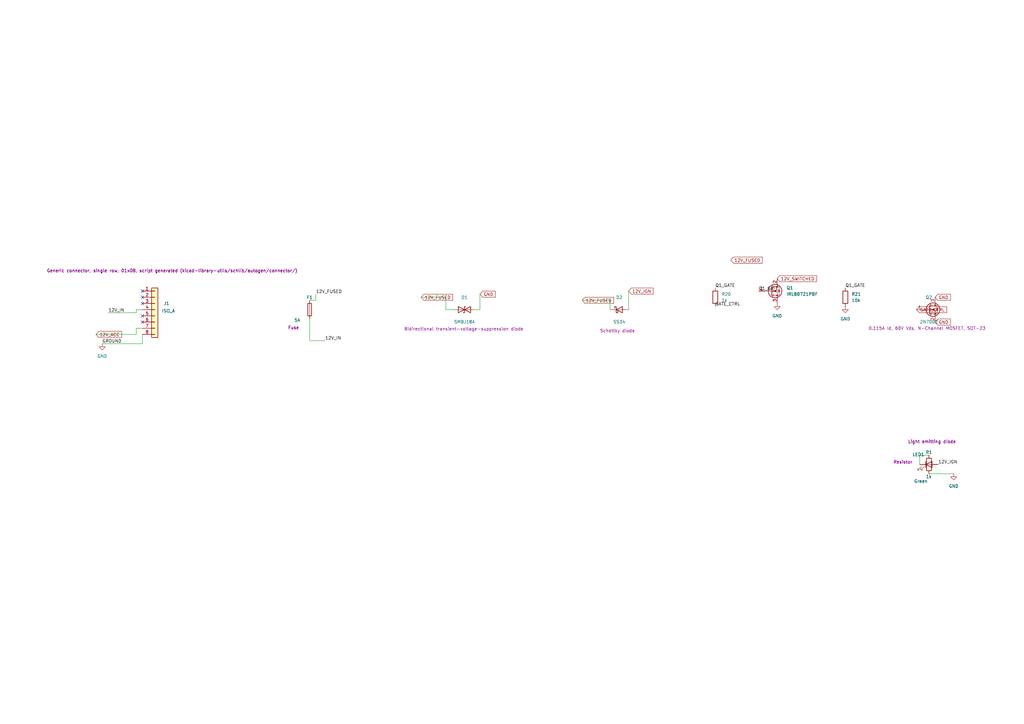
<source format=kicad_sch>
(kicad_sch (version 20250114) (generator "eeschema") (generator_version "9.0")
  (paper "A3")
  (title_block (title "WRX Power & CAN HAT") (date "2026-02-02T00:08:32.410828") (rev "1.0") (company "Auto-generated by Python"))
  (lib_symbols
    (symbol "Connector:Screw_Terminal_01x02" (pin_names (offset 1.016) (hide yes))
      (property "Reference" "J" (at 0 2.54 0))
      (property "Value" "Screw_Terminal_01x02" (at 0 -5.08 0))
      (symbol "Screw_Terminal_01x02_1_1"
        (pin passive line (at -5.08 0 0) (length 3.81) (name "Pin_1") (number "1"))
        (pin passive line (at -5.08 -2.54 0) (length 3.81) (name "Pin_2") (number "2"))
      )
    )
    (symbol "Connector_Generic:Conn_01x02" (pin_names (offset 1.016) (hide yes))
      (property "Reference" "J" (at 0 2.54 0))
      (property "Value" "Conn_01x02" (at 0 -5.08 0))
      (symbol "Conn_01x02_1_1"
        (pin passive line (at -5.08 0 0) (length 3.81) (name "Pin_1") (number "1"))
        (pin passive line (at -5.08 -2.54 0) (length 3.81) (name "Pin_2") (number "2"))
      )
    )
    (symbol "Connector_Generic:Conn_01x03" (pin_names (offset 1.016) (hide yes))
      (property "Reference" "J" (at 0 5.08 0))
      (property "Value" "Conn_01x03" (at 0 -5.08 0))
      (symbol "Conn_01x03_1_1"
        (pin passive line (at -5.08 2.54 0) (length 3.81) (name "Pin_1") (number "1"))
        (pin passive line (at -5.08 0 0) (length 3.81) (name "Pin_2") (number "2"))
        (pin passive line (at -5.08 -2.54 0) (length 3.81) (name "Pin_3") (number "3"))
      )
    )
    (symbol "Connector_Generic:Conn_01x06" (pin_names (offset 1.016) (hide yes))
      (property "Reference" "J" (at 0 7.62 0))
      (property "Value" "Conn_01x06" (at 0 -10.16 0))
      (symbol "Conn_01x06_1_1"
        (pin passive line (at -5.08 5.08 0) (length 3.81) (name "Pin_1") (number "1"))
        (pin passive line (at -5.08 2.54 0) (length 3.81) (name "Pin_2") (number "2"))
        (pin passive line (at -5.08 0 0) (length 3.81) (name "Pin_3") (number "3"))
        (pin passive line (at -5.08 -2.54 0) (length 3.81) (name "Pin_4") (number "4"))
        (pin passive line (at -5.08 -5.08 0) (length 3.81) (name "Pin_5") (number "5"))
        (pin passive line (at -5.08 -7.62 0) (length 3.81) (name "Pin_6") (number "6"))
      )
    )
    (symbol "Connector_Generic:Conn_01x08" (pin_names (offset 1.016) (hide yes))
      (property "Reference" "J" (at 0 10.16 0))
      (property "Value" "Conn_01x08" (at 0 -12.7 0))
      (symbol "Conn_01x08_1_1"
        (pin passive line (at -5.08 7.62 0) (length 3.81) (name "Pin_1") (number "1"))
        (pin passive line (at -5.08 5.08 0) (length 3.81) (name "Pin_2") (number "2"))
        (pin passive line (at -5.08 2.54 0) (length 3.81) (name "Pin_3") (number "3"))
        (pin passive line (at -5.08 0 0) (length 3.81) (name "Pin_4") (number "4"))
        (pin passive line (at -5.08 -2.54 0) (length 3.81) (name "Pin_5") (number "5"))
        (pin passive line (at -5.08 -5.08 0) (length 3.81) (name "Pin_6") (number "6"))
        (pin passive line (at -5.08 -7.62 0) (length 3.81) (name "Pin_7") (number "7"))
        (pin passive line (at -5.08 -10.16 0) (length 3.81) (name "Pin_8") (number "8"))
      )
    )
    (symbol "Connector_Generic:Conn_01x16" (pin_names (offset 1.016) (hide yes))
      (property "Reference" "J" (at 0 20.32 0))
      (property "Value" "Conn_01x16" (at 0 -22.86 0))
      (symbol "Conn_01x16_1_1"
        (pin passive line (at -5.08 17.78 0) (length 3.81) (name "Pin_1") (number "1"))
        (pin passive line (at -5.08 15.24 0) (length 3.81) (name "Pin_2") (number "2"))
        (pin passive line (at -5.08 12.7 0) (length 3.81) (name "Pin_3") (number "3"))
        (pin passive line (at -5.08 10.16 0) (length 3.81) (name "Pin_4") (number "4"))
        (pin passive line (at -5.08 7.62 0) (length 3.81) (name "Pin_5") (number "5"))
        (pin passive line (at -5.08 5.08 0) (length 3.81) (name "Pin_6") (number "6"))
        (pin passive line (at -5.08 2.54 0) (length 3.81) (name "Pin_7") (number "7"))
        (pin passive line (at -5.08 0 0) (length 3.81) (name "Pin_8") (number "8"))
        (pin passive line (at -5.08 -2.54 0) (length 3.81) (name "Pin_9") (number "9"))
        (pin passive line (at -5.08 -5.08 0) (length 3.81) (name "Pin_10") (number "10"))
        (pin passive line (at -5.08 -7.62 0) (length 3.81) (name "Pin_11") (number "11"))
        (pin passive line (at -5.08 -10.16 0) (length 3.81) (name "Pin_12") (number "12"))
        (pin passive line (at -5.08 -12.7 0) (length 3.81) (name "Pin_13") (number "13"))
        (pin passive line (at -5.08 -15.24 0) (length 3.81) (name "Pin_14") (number "14"))
        (pin passive line (at -5.08 -17.78 0) (length 3.81) (name "Pin_15") (number "15"))
        (pin passive line (at -5.08 -20.32 0) (length 3.81) (name "Pin_16") (number "16"))
      )
    )
    (symbol "Connector_Generic:Conn_02x03_Odd_Even" (pin_names (offset 1.016) (hide yes))
      (property "Reference" "J" (at 1.27 5.08 0))
      (property "Value" "Conn_02x03_Odd_Even" (at 1.27 -5.08 0))
      (symbol "Conn_02x03_Odd_Even_1_1"
        (pin passive line (at -5.08 2.54 0) (length 3.81) (name "Pin_1") (number "1"))
        (pin passive line (at -5.08 0 0) (length 3.81) (name "Pin_3") (number "3"))
        (pin passive line (at -5.08 -2.54 0) (length 3.81) (name "Pin_5") (number "5"))
        (pin passive line (at 7.62 2.54 180) (length 3.81) (name "Pin_2") (number "2"))
        (pin passive line (at 7.62 0 180) (length 3.81) (name "Pin_4") (number "4"))
        (pin passive line (at 7.62 -2.54 180) (length 3.81) (name "Pin_6") (number "6"))
      )
    )
    (symbol "Connector_Generic:Conn_02x20_Odd_Even" (pin_names (offset 1.016) (hide yes))
      (property "Reference" "J" (at 1.27 25.4 0))
      (property "Value" "Conn_02x20_Odd_Even" (at 1.27 -27.94 0))
      (symbol "Conn_02x20_Odd_Even_1_1"
        (pin passive line (at -5.08 22.86 0) (length 3.81) (name "Pin_1") (number "1"))
        (pin passive line (at -5.08 20.32 0) (length 3.81) (name "Pin_3") (number "3"))
        (pin passive line (at -5.08 17.78 0) (length 3.81) (name "Pin_5") (number "5"))
        (pin passive line (at -5.08 15.24 0) (length 3.81) (name "Pin_7") (number "7"))
        (pin passive line (at -5.08 12.7 0) (length 3.81) (name "Pin_9") (number "9"))
        (pin passive line (at -5.08 10.16 0) (length 3.81) (name "Pin_11") (number "11"))
        (pin passive line (at -5.08 7.62 0) (length 3.81) (name "Pin_13") (number "13"))
        (pin passive line (at -5.08 5.08 0) (length 3.81) (name "Pin_15") (number "15"))
        (pin passive line (at -5.08 2.54 0) (length 3.81) (name "Pin_17") (number "17"))
        (pin passive line (at -5.08 0 0) (length 3.81) (name "Pin_19") (number "19"))
        (pin passive line (at -5.08 -2.54 0) (length 3.81) (name "Pin_21") (number "21"))
        (pin passive line (at -5.08 -5.08 0) (length 3.81) (name "Pin_23") (number "23"))
        (pin passive line (at -5.08 -7.62 0) (length 3.81) (name "Pin_25") (number "25"))
        (pin passive line (at -5.08 -10.16 0) (length 3.81) (name "Pin_27") (number "27"))
        (pin passive line (at -5.08 -12.7 0) (length 3.81) (name "Pin_29") (number "29"))
        (pin passive line (at -5.08 -15.24 0) (length 3.81) (name "Pin_31") (number "31"))
        (pin passive line (at -5.08 -17.78 0) (length 3.81) (name "Pin_33") (number "33"))
        (pin passive line (at -5.08 -20.32 0) (length 3.81) (name "Pin_35") (number "35"))
        (pin passive line (at -5.08 -22.86 0) (length 3.81) (name "Pin_37") (number "37"))
        (pin passive line (at -5.08 -25.4 0) (length 3.81) (name "Pin_39") (number "39"))
        (pin passive line (at 7.62 22.86 180) (length 3.81) (name "Pin_2") (number "2"))
        (pin passive line (at 7.62 20.32 180) (length 3.81) (name "Pin_4") (number "4"))
        (pin passive line (at 7.62 17.78 180) (length 3.81) (name "Pin_6") (number "6"))
        (pin passive line (at 7.62 15.24 180) (length 3.81) (name "Pin_8") (number "8"))
        (pin passive line (at 7.62 12.7 180) (length 3.81) (name "Pin_10") (number "10"))
        (pin passive line (at 7.62 10.16 180) (length 3.81) (name "Pin_12") (number "12"))
        (pin passive line (at 7.62 7.62 180) (length 3.81) (name "Pin_14") (number "14"))
        (pin passive line (at 7.62 5.08 180) (length 3.81) (name "Pin_16") (number "16"))
        (pin passive line (at 7.62 2.54 180) (length 3.81) (name "Pin_18") (number "18"))
        (pin passive line (at 7.62 0 180) (length 3.81) (name "Pin_20") (number "20"))
        (pin passive line (at 7.62 -2.54 180) (length 3.81) (name "Pin_22") (number "22"))
        (pin passive line (at 7.62 -5.08 180) (length 3.81) (name "Pin_24") (number "24"))
        (pin passive line (at 7.62 -7.62 180) (length 3.81) (name "Pin_26") (number "26"))
        (pin passive line (at 7.62 -10.16 180) (length 3.81) (name "Pin_28") (number "28"))
        (pin passive line (at 7.62 -12.7 180) (length 3.81) (name "Pin_30") (number "30"))
        (pin passive line (at 7.62 -15.24 180) (length 3.81) (name "Pin_32") (number "32"))
        (pin passive line (at 7.62 -17.78 180) (length 3.81) (name "Pin_34") (number "34"))
        (pin passive line (at 7.62 -20.32 180) (length 3.81) (name "Pin_36") (number "36"))
        (pin passive line (at 7.62 -22.86 180) (length 3.81) (name "Pin_38") (number "38"))
        (pin passive line (at 7.62 -25.4 180) (length 3.81) (name "Pin_40") (number "40"))
      )
    )
    (symbol "Device:C" (pin_numbers (hide yes)) (pin_names (offset 0.254))
      (property "Reference" "C" (at 0.635 2.54 0))
      (property "Value" "C" (at 0.635 -2.54 0))
      (symbol "C_1_1"
        (pin passive line (at 0 3.81 270) (length 2.794) (name "~") (number "1"))
        (pin passive line (at 0 -3.81 90) (length 2.794) (name "~") (number "2"))
      )
    )
    (symbol "Device:Crystal" (pin_numbers (hide yes)) (pin_names (offset 1.016) (hide yes))
      (property "Reference" "Y" (at 0 3.81 0))
      (property "Value" "Crystal" (at 0 -3.81 0))
      (symbol "Crystal_1_1"
        (pin passive line (at -3.81 0 0) (length 1.27) (name "1") (number "1"))
        (pin passive line (at 3.81 0 180) (length 1.27) (name "2") (number "2"))
      )
    )
    (symbol "Device:D_Schottky" (pin_numbers (hide yes)) (pin_names (offset 1.016) (hide yes))
      (property "Reference" "D" (at 0 2.54 0))
      (property "Value" "D_Schottky" (at 0 -2.54 0))
      (symbol "D_Schottky_1_1"
        (pin passive line (at -3.81 0 0) (length 2.54) (name "K") (number "1"))
        (pin passive line (at 3.81 0 180) (length 2.54) (name "A") (number "2"))
      )
    )
    (symbol "Device:D_TVS" (pin_numbers (hide yes)) (pin_names (offset 1.016) (hide yes))
      (property "Reference" "D" (at 0 2.54 0))
      (property "Value" "D_TVS" (at 0 -2.54 0))
      (symbol "D_TVS_1_1"
        (pin passive line (at -3.81 0 0) (length 2.54) (name "A1") (number "1"))
        (pin passive line (at 3.81 0 180) (length 2.54) (name "A2") (number "2"))
      )
    )
    (symbol "Device:Fuse" (pin_numbers (hide yes)) (pin_names (offset 0))
      (property "Reference" "F" (at 2.032 0 90))
      (property "Value" "Fuse" (at -1.905 0 90))
      (symbol "Fuse_1_1"
        (pin passive line (at 0 3.81 270) (length 1.27) (name "~") (number "1"))
        (pin passive line (at 0 -3.81 90) (length 1.27) (name "~") (number "2"))
      )
    )
    (symbol "Device:L" (pin_numbers (hide yes)) (pin_names (offset 1.016) (hide yes))
      (property "Reference" "L" (at -1.27 0 90))
      (property "Value" "L" (at 1.905 0 90))
      (symbol "L_1_1"
        (pin passive line (at 0 3.81 270) (length 1.27) (name "1") (number "1"))
        (pin passive line (at 0 -3.81 90) (length 1.27) (name "2") (number "2"))
      )
    )
    (symbol "Device:LED" (pin_numbers (hide yes)) (pin_names (offset 1.016) (hide yes))
      (property "Reference" "D" (at 0 2.54 0))
      (property "Value" "LED" (at 0 -2.54 0))
      (symbol "LED_1_1"
        (pin passive line (at -3.81 0 0) (length 2.54) (name "K") (number "1"))
        (pin passive line (at 3.81 0 180) (length 2.54) (name "A") (number "2"))
      )
    )
    (symbol "Device:R" (pin_numbers (hide yes)) (pin_names (offset 0))
      (property "Reference" "R" (at 2.032 0 90))
      (property "Value" "R" (at 0 0 90))
      (symbol "R_1_1"
        (pin passive line (at 0 3.81 270) (length 1.27) (name "~") (number "1"))
        (pin passive line (at 0 -3.81 90) (length 1.27) (name "~") (number "2"))
      )
    )
    (symbol "Interface_CAN_LIN:MCP2515-xSO"
      (property "Reference" "U" (at -10.16 19.685 0))
      (property "Value" "MCP2515-xSO" (at 19.05 20.32 0))
      (symbol "MCP2515-xSO_1_1"
        (pin input line (at -15.24 15.24 0) (length 2.54) (name "SI") (number "14"))
        (pin output line (at -15.24 12.7 0) (length 2.54) (name "SO") (number "15"))
        (pin input line (at -15.24 10.16 0) (length 2.54) (name "~{CS}") (number "16"))
        (pin input line (at -15.24 7.62 0) (length 2.54) (name "SCK") (number "13"))
        (pin output line (at -15.24 -5.08 0) (length 2.54) (name "OSC2") (number "7"))
        (pin input line (at -15.24 -7.62 0) (length 2.54) (name "OSC1") (number "8"))
        (pin output line (at -15.24 -10.16 0) (length 2.54) (name "CLKOUT/SOF") (number "3"))
        (pin power_in line (at 0 20.32 270) (length 2.54) (name "VDD") (number "18"))
        (pin power_in line (at 0 -20.32 90) (length 2.54) (name "VSS") (number "9"))
        (pin input line (at 15.24 15.24 180) (length 2.54) (name "RXCAN") (number "2"))
        (pin output line (at 15.24 12.7 180) (length 2.54) (name "TXCAN") (number "1"))
        (pin output line (at 15.24 0 180) (length 2.54) (name "~{INT}") (number "12"))
        (pin output line (at 15.24 -2.54 180) (length 2.54) (name "~{RX0BF}") (number "11"))
        (pin output line (at 15.24 -5.08 180) (length 2.54) (name "~{RX1BF}") (number "10"))
        (pin input line (at 15.24 -7.62 180) (length 2.54) (name "~{TX0RTS}") (number "4"))
        (pin input line (at 15.24 -10.16 180) (length 2.54) (name "~{TX1RTS}") (number "5"))
        (pin input line (at 15.24 -12.7 180) (length 2.54) (name "~{TX2RTS}") (number "6"))
        (pin input line (at 15.24 -15.24 180) (length 2.54) (name "~{RESET}") (number "17"))
      )
    )
    (symbol "Interface_CAN_LIN:SN65HVD230" (pin_names (offset 1.016))
      (property "Reference" "U" (at -2.54 10.16 0))
      (property "Value" "SN65HVD230" (at -2.54 7.62 0))
      (symbol "SN65HVD230_1_1"
        (pin input line (at -10.16 2.54 0) (length 2.54) (name "D") (number "1"))
        (pin output line (at -10.16 0 0) (length 2.54) (name "R") (number "4"))
        (pin output line (at -10.16 -2.54 0) (length 2.54) (name "Vref") (number "5"))
        (pin input line (at -10.16 -5.08 0) (length 2.54) (name "Rs") (number "8"))
        (pin power_in line (at 0 7.62 270) (length 2.54) (name "VCC") (number "3"))
        (pin power_in line (at 0 -10.16 90) (length 2.54) (name "GND") (number "2"))
        (pin bidirectional line (at 10.16 0 180) (length 2.54) (name "CANH") (number "7"))
        (pin bidirectional line (at 10.16 -2.54 180) (length 2.54) (name "CANL") (number "6"))
      )
    )
    (symbol "Isolator:LTV-817S" (pin_names (offset 1.016))
      (property "Reference" "U" (at -3.81 5.08 0))
      (property "Value" "LTV-817S" (at 0 -5.08 0))
      (symbol "LTV-817S_1_1"
        (pin passive line (at -7.62 2.54 0) (length 2.54) (name "~") (number "1"))
        (pin passive line (at -7.62 -2.54 0) (length 2.54) (name "~") (number "2"))
        (pin passive line (at 7.62 2.54 180) (length 2.54) (name "~") (number "4"))
        (pin passive line (at 7.62 -2.54 180) (length 2.54) (name "~") (number "3"))
      )
    )
    (symbol "MCU_Microchip_ATtiny:ATtiny85-20P"
      (property "Reference" "U" (at -12.7 13.97 0))
      (property "Value" "ATtiny85-20P" (at 2.54 -13.97 0))
      (symbol "ATtiny85-20P_1_1"
        (pin power_in line (at 0 15.24 270) (length 2.54) (name "VCC") (number "8"))
        (pin power_in line (at 0 -15.24 90) (length 2.54) (name "GND") (number "4"))
        (pin bidirectional line (at 15.24 7.62 180) (length 2.54) (name "AREF/PB0") (number "5"))
        (pin bidirectional line (at 15.24 5.08 180) (length 2.54) (name "PB1") (number "6"))
        (pin bidirectional line (at 15.24 2.54 180) (length 2.54) (name "PB2") (number "7"))
        (pin bidirectional line (at 15.24 0 180) (length 2.54) (name "XTAL1/PB3") (number "2"))
        (pin bidirectional line (at 15.24 -2.54 180) (length 2.54) (name "XTAL2/PB4") (number "3"))
        (pin bidirectional line (at 15.24 -5.08 180) (length 2.54) (name "~{RESET}/PB5") (number "1"))
      )
    )
    (symbol "Regulator_Linear:AMS1117-3.3"
      (property "Reference" "U" (at -3.81 3.175 0))
      (property "Value" "AMS1117-3.3" (at 0 3.175 0))
      (symbol "AMS1117-3.3_1_1"
        (pin power_in line (at -7.62 0 0) (length 2.54) (name "VI") (number "3"))
        (pin power_in line (at 0 -7.62 90) (length 2.54) (name "GND") (number "1"))
        (pin power_out line (at 7.62 0 180) (length 2.54) (name "VO") (number "2"))
      )
    )
    (symbol "Regulator_Switching:TPS54560BDDA"
      (property "Reference" "U" (at -6.35 8.89 0))
      (property "Value" "TPS54560BDDA" (at 10.16 8.89 0))
      (symbol "TPS54560BDDA_1_1"
        (pin power_in line (at -12.7 5.08 0) (length 2.54) (name "VIN") (number "2"))
        (pin input line (at -12.7 0 0) (length 2.54) (name "EN") (number "3"))
        (pin output line (at -12.7 -2.54 0) (length 2.54) (name "COMP") (number "6"))
        (pin passive line (at -12.7 -5.08 0) (length 2.54) (name "RT/CLK") (number "4"))
        (pin power_in line (at 0 -10.16 90) (length 2.54) (name "GND") (number "7"))
        (pin passive line (at 0 -10.16 90) (length 2.54) (hide yes) (name "GND") (number "9"))
        (pin passive line (at 12.7 5.08 180) (length 2.54) (name "BOOT") (number "1"))
        (pin power_out line (at 12.7 0 180) (length 2.54) (name "SW") (number "8"))
        (pin input line (at 12.7 -5.08 180) (length 2.54) (name "FB") (number "5"))
      )
    )
    (symbol "Transistor_FET:2N7002" (pin_names (offset 0) (hide yes))
      (property "Reference" "Q" (at 5.08 1.905 0))
      (property "Value" "2N7002" (at 5.08 0 0))
      (symbol "2N7002_1_1"
        (pin input line (at -5.08 0 0) (length 2.54) (name "G") (number "1"))
        (pin passive line (at 2.54 5.08 270) (length 2.54) (name "D") (number "3"))
        (pin passive line (at 2.54 -5.08 90) (length 2.54) (name "S") (number "2"))
      )
    )
    (symbol "Transistor_FET:IRLB8721PBF" (pin_names (hide yes))
      (property "Reference" "Q" (at 5.08 1.905 0))
      (property "Value" "IRLB8721PBF" (at 5.08 0 0))
      (symbol "IRLB8721PBF_1_1"
        (pin input line (at -5.08 0 0) (length 2.54) (name "G") (number "1"))
        (pin passive line (at 2.54 5.08 270) (length 2.54) (name "D") (number "2"))
        (pin passive line (at 2.54 -5.08 90) (length 2.54) (name "S") (number "3"))
      )
    )
    (symbol "power:GND" (power) (pin_numbers (hide yes)) (pin_names (offset 0) (hide yes))
      (property "Value" "GND" (at 0 -3.81 0))
      (symbol "GND_1_1"
        (pin power_in line (at 0 0 270) (length 0) (name "~") (number "1"))
      )
    )
    (symbol "power:PWR_FLAG" (power) (pin_numbers (hide yes)) (pin_names (offset 0) (hide yes))
      (property "Value" "PWR_FLAG" (at 0 3.81 0))
      (symbol "PWR_FLAG_0_0"
        (pin power_out line (at 0 0 90) (length 0) (name "~") (number "1"))
      )
    )
  )
  (junction (at 114.3 334.01))
  (junction (at 127 349.25))
  (no_connect (at 642.62 317.5))
  (no_connect (at 58.42 119.38))
  (no_connect (at 58.42 121.92))
  (no_connect (at 58.42 124.46))
  (no_connect (at 58.42 129.54))
  (no_connect (at 58.42 132.08))
  (no_connect (at 439.42 515.62))
  (no_connect (at 439.42 518.16))
  (no_connect (at 439.42 520.7))
  (no_connect (at 439.42 523.24))
  (no_connect (at 439.42 525.78))
  (no_connect (at 642.62 320.04))
  (no_connect (at 629.92 571.5))
  (no_connect (at 502.92 571.5))
  (no_connect (at 693.42 568.96))
  (no_connect (at 693.42 571.5))
  (no_connect (at 693.42 574.04))
  (no_connect (at 820.42 756.92))
  (no_connect (at 820.42 759.46))
  (no_connect (at 820.42 762))
  (no_connect (at 820.42 764.54))
  (no_connect (at 820.42 767.08))
  (no_connect (at 375.92 675.64))
  (no_connect (at 375.92 693.42))
  (no_connect (at 375.92 695.96))
  (no_connect (at 388.62 708.66))
  (no_connect (at 375.92 711.2))
  (no_connect (at 388.62 716.28))
  (no_connect (at 388.62 718.82))
  (no_connect (at 375.92 721.36))
  (no_connect (at 375.92 690.88))
  (no_connect (at 439.42 571.5))
  (no_connect (at 375.92 708.66))
  (no_connect (at 459.74 129.54))
  (no_connect (at 566.42 701.04))
  (no_connect (at 375.92 680.72))
  (no_connect (at 388.62 721.36))
  (no_connect (at 459.74 139.7))
  (no_connect (at 561.34 701.04))
  (no_connect (at 13.97 617.22))
  (no_connect (at 566.42 695.96))
  (no_connect (at 439.42 510.54))
  (no_connect (at 566.42 718.82))
  (no_connect (at 439.42 513.08))
  (no_connect (at 629.92 317.5))
  (no_connect (at 388.62 693.42))
  (no_connect (at 375.92 723.9))
  (no_connect (at 388.62 723.9))
  (no_connect (at 566.42 708.66))
  (no_connect (at 566.42 698.5))
  (no_connect (at 439.42 574.04))
  (no_connect (at 388.62 698.5))
  (no_connect (at 375.92 716.28))
  (no_connect (at 429.26 137.16))
  (no_connect (at 388.62 685.8))
  (no_connect (at 375.92 706.12))
  (no_connect (at 459.74 132.08))
  (no_connect (at 388.62 695.96))
  (no_connect (at 439.42 505.46))
  (no_connect (at 375.92 688.34))
  (no_connect (at 388.62 683.26))
  (no_connect (at 388.62 711.2))
  (no_connect (at 629.92 320.04))
  (no_connect (at 388.62 713.74))
  (no_connect (at 375.92 678.18))
  (no_connect (at 375.92 713.74))
  (no_connect (at 388.62 706.12))
  (no_connect (at 459.74 134.62))
  (no_connect (at 388.62 690.88))
  (no_connect (at 566.42 716.28))
  (no_connect (at 375.92 718.82))
  (no_connect (at 375.92 683.26))
  (no_connect (at 459.74 137.16))
  (no_connect (at 439.42 528.32))
  (no_connect (at 439.42 508))
  (wire (pts (xy 196.85 120.65) (xy 196.85 127)))
  (wire (pts (xy 55.88 128.27) (xy 55.88 127)))
  (wire (pts (xy 238.76 123.19) (xy 250.19 123.19)))
  (wire (pts (xy 127 139.7) (xy 127 130.81)))
  (wire (pts (xy 41.91 140.97) (xy 58.42 140.97)))
  (wire (pts (xy 377.19 186.69) (xy 381 186.69)))
  (wire (pts (xy 139.7 344.17) (xy 140.97 344.17)))
  (wire (pts (xy 504.19 317.5) (xy 504.19 377.19)))
  (wire (pts (xy 504.19 377.19) (xy 508 377.19)))
  (wire (pts (xy 567.69 317.5) (xy 567.69 377.19)))
  (wire (pts (xy 567.69 377.19) (xy 571.5 377.19)))
  (wire (pts (xy 172.72 121.92) (xy 182.88 121.92)))
  (wire (pts (xy 182.88 127) (xy 186.69 127)))
  (wire (pts (xy 55.88 134.62) (xy 58.42 134.62)))
  (wire (pts (xy 44.45 128.27) (xy 55.88 128.27)))
  (wire (pts (xy 129.54 120.65) (xy 129.54 123.19)))
  (wire (pts (xy 55.88 127) (xy 58.42 127)))
  (wire (pts (xy 381 194.31) (xy 391.16 194.31)))
  (wire (pts (xy 58.42 140.97) (xy 58.42 137.16)))
  (wire (pts (xy 196.85 127) (xy 194.31 127)))
  (wire (pts (xy 250.19 123.19) (xy 250.19 127)))
  (wire (pts (xy 182.88 121.92) (xy 182.88 127)))
  (wire (pts (xy 113.03 334.01) (xy 114.3 334.01)))
  (wire (pts (xy 129.54 123.19) (xy 127 123.19)))
  (wire (pts (xy 133.35 139.7) (xy 127 139.7)))
  (wire (pts (xy 257.81 119.38) (xy 257.81 127)))
  (wire (pts (xy 113.03 339.09) (xy 114.3 339.09)))
  (wire (pts (xy 127 349.25) (xy 127 350.52)))
  (wire (pts (xy 39.37 137.16) (xy 55.88 137.16)))
  (wire (pts (xy 139.7 339.09) (xy 140.97 339.09)))
  (wire (pts (xy 377.19 186.69) (xy 377.19 190.5)))
  (wire (pts (xy 55.88 137.16) (xy 55.88 134.62)))
  (wire (pts (xy 373.38 433.07) (xy 374.65 433.07)))
  (label "CANH" (at 581.66 698.5 0))
  (label "U1_FB" (at 139.7 344.17 0))
  (label "U1_FB" (at 254 384.81 0))
  (label "GND" (at 356.87 438.15 0))
  (label "CAN_RX" (at 561.34 698.5 0))
  (label "12V_IN" (at 133.35 139.7 0))
  (label "GND" (at 444.5 147.32 0))
  (label "IGN_DETECT" (at 269.24 505.46 0))
  (label "12V_IN" (at 44.45 128.27 0))
  (label "+5V" (at 190.5 321.31 0))
  (label "CAN_INT" (at 459.74 127 0))
  (label "OSC2" (at 422.91 147.32 0))
  (label "SPI_SCLK" (at 429.26 119.38 0))
  (label "GND" (at 254 523.24 0))
  (label "Q1_GATE" (at 293.37 118.11 0))
  (global_label "12V_ACC" (shape input) (at 39.37 137.16 0) (property "Intersheetrefs" "${INTERSHEET_REFS}" (effects (hide yes))))
  (label "OSC1" (at 433.07 149.86 0))
  (label "12V_IGN" (at 113.03 339.09 0))
  (label "U1_BOOT" (at 139.7 334.01 0))
  (label "Q1_GATE" (at 311.15 119.38 0))
  (label "GND" (at 561.34 703.58 0))
  (label "GND" (at 433.07 157.48 0))
  (label "OSC2" (at 424.18 152.4 0))
  (label "U1_SW" (at 168.91 342.9 0))
  (label "U1_SW" (at 190.5 313.69 0))
  (label "GND" (at 127 350.52 0))
  (label "GROUND" (at 41.91 140.97 0))
  (label "U1_BOOT" (at 168.91 350.52 0))
  (label "+5V" (at 373.38 433.07 0))
  (label "SPI_MOSI" (at 429.26 111.76 0))
  (label "+3.3V" (at 459.74 142.24 0))
  (label "+5V" (at 356.87 430.53 0))
  (label "OSC1" (at 429.26 134.62 0))
  (label "+3.3V" (at 444.5 106.68 0))
  (label "U1_SW" (at 140.97 339.09 0))
  (label "RESET" (at 269.24 513.08 0))
  (label "Q1_GATE" (at 346.71 118.11 0))
  (label "GND" (at 254 377.19 0))
  (label "HEARTBEAT_LED" (at 269.24 500.38 0))
  (label "TIMER_LED" (at 269.24 502.92 0))
  (label "CAN_RX" (at 459.74 111.76 0))
  (label "+3.3V" (at 403.86 431.8 0))
  (label "CAN_TX" (at 561.34 695.96 0))
  (label "GND" (at 424.18 160.02 0))
  (label "12V_IGN" (at 113.03 334.01 0))
  (label "SHUTDOWN_REQ" (at 269.24 510.54 0))
  (label "GND" (at 571.5 708.66 0))
  (label "OSC2" (at 429.26 132.08 0))
  (label "GND" (at 403.86 439.42 0))
  (label "+3.3V" (at 571.5 690.88 0))
  (label "GND" (at 381 440.69 0))
  (label "12V_IGN" (at 384.81 190.5 0))
  (label "+3.3V" (at 388.62 433.07 0))
  (label "GATE_CTRL" (at 293.37 125.73 0))
  (label "CANL" (at 581.66 701.04 0))
  (label "OSC1" (at 430.53 147.32 0))
  (label "+3.3V" (at 254 492.76 0))
  (label "GATE_CTRL" (at 269.24 508 0))
  (label "U1_FB" (at 317.5 384.81 0))
  (label "CAN_TX" (at 459.74 114.3 0))
  (label "SPI_CE0" (at 429.26 116.84 0))
  (label "+5V" (at 317.5 377.19 0))
  (label "SPI_MISO" (at 429.26 114.3 0))
  (label "12V_FUSED" (at 129.54 120.65 0))
  (global_label "SPI_SCLK" (shape input) (at 439.42 495.3 0) (property "Intersheetrefs" "${INTERSHEET_REFS}" (effects (hide yes))))
  (global_label "IGN_DETECT" (shape input) (at 317.5 567.69 0) (property "Intersheetrefs" "${INTERSHEET_REFS}" (effects (hide yes))))
  (global_label "GATE_CTRL" (shape input) (at 444.5 186.69 0) (property "Intersheetrefs" "${INTERSHEET_REFS}" (effects (hide yes))))
  (global_label "SPI_MOSI" (shape input) (at 439.42 497.84 0) (property "Intersheetrefs" "${INTERSHEET_REFS}" (effects (hide yes))))
  (global_label "GND" (shape input) (at 254 702.31 0) (property "Intersheetrefs" "${INTERSHEET_REFS}" (effects (hide yes))))
  (global_label "GND" (shape input) (at 383.54 132.08 0) (property "Intersheetrefs" "${INTERSHEET_REFS}" (effects (hide yes))))
  (global_label "SPI_SCLK" (shape input) (at 436.88 129.54 0) (property "Intersheetrefs" "${INTERSHEET_REFS}" (effects (hide yes))))
  (global_label "Q2_GATE" (shape input) (at 508 186.69 0) (property "Intersheetrefs" "${INTERSHEET_REFS}" (effects (hide yes))))
  (global_label "SPI_MISO" (shape input) (at 439.42 490.22 0) (property "Intersheetrefs" "${INTERSHEET_REFS}" (effects (hide yes))))
  (global_label "GND" (shape input) (at 383.54 121.92 0) (property "Intersheetrefs" "${INTERSHEET_REFS}" (effects (hide yes))))
  (global_label "GND" (shape input) (at 134.62 701.04 0) (property "Intersheetrefs" "${INTERSHEET_REFS}" (effects (hide yes))))
  (global_label "CAN_TX" (shape input) (at 566.42 680.72 0) (property "Intersheetrefs" "${INTERSHEET_REFS}" (effects (hide yes))))
  (global_label "CANL" (shape input) (at 566.42 690.88 0) (property "Intersheetrefs" "${INTERSHEET_REFS}" (effects (hide yes))))
  (global_label "+3.3V" (shape input) (at 132.08 701.04 0) (property "Intersheetrefs" "${INTERSHEET_REFS}" (effects (hide yes))))
  (global_label "12V_FUSED" (shape input) (at 299.72 106.68 0) (property "Intersheetrefs" "${INTERSHEET_REFS}" (effects (hide yes))))
  (global_label "GND" (shape input) (at 317.5 575.31 0) (property "Intersheetrefs" "${INTERSHEET_REFS}" (effects (hide yes))))
  (global_label "GND" (shape input) (at 388.62 680.72 0) (property "Intersheetrefs" "${INTERSHEET_REFS}" (effects (hide yes))))
  (global_label "+5V" (shape input) (at 388.62 675.64 0) (property "Intersheetrefs" "${INTERSHEET_REFS}" (effects (hide yes))))
  (global_label "+3.3V" (shape input) (at 439.42 492.76 0) (property "Intersheetrefs" "${INTERSHEET_REFS}" (effects (hide yes))))
  (global_label "RESET" (shape input) (at 439.42 500.38 0) (property "Intersheetrefs" "${INTERSHEET_REFS}" (effects (hide yes))))
  (global_label "IGN_DETECT" (shape input) (at 132.08 695.96 0) (property "Intersheetrefs" "${INTERSHEET_REFS}" (effects (hide yes))))
  (global_label "+3.3V" (shape input) (at 571.5 194.31 0) (property "Intersheetrefs" "${INTERSHEET_REFS}" (effects (hide yes))))
  (global_label "SPI_SCLK" (shape input) (at 375.92 703.58 0) (property "Intersheetrefs" "${INTERSHEET_REFS}" (effects (hide yes))))
  (global_label "GND" (shape input) (at 820.42 769.62 0) (property "Intersheetrefs" "${INTERSHEET_REFS}" (effects (hide yes))))
  (global_label "HEARTBEAT_LED" (shape input) (at 254 500.38 0) (property "Intersheetrefs" "${INTERSHEET_REFS}" (effects (hide yes))))
  (global_label "HEARTBEAT_LED" (shape input) (at 571.5 384.81 180) (property "Intersheetrefs" "${INTERSHEET_REFS}" (effects (hide yes))))
  (global_label "XTAL1" (shape input) (at 186.69 571.5 0) (property "Intersheetrefs" "${INTERSHEET_REFS}" (effects (hide yes))))
  (global_label "12V_FUSED" (shape input) (at 172.72 121.92 0) (property "Intersheetrefs" "${INTERSHEET_REFS}" (effects (hide yes))))
  (global_label "GND" (shape input) (at 243.84 508 0) (property "Intersheetrefs" "${INTERSHEET_REFS}" (effects (hide yes))))
  (global_label "GND" (shape input) (at 196.85 120.65 0) (property "Intersheetrefs" "${INTERSHEET_REFS}" (effects (hide yes))))
  (global_label "R6_OUT" (shape input) (at 121.92 701.04 0) (property "Intersheetrefs" "${INTERSHEET_REFS}" (effects (hide yes))))
  (global_label "IGN_DETECT" (shape input) (at 243.84 510.54 0) (property "Intersheetrefs" "${INTERSHEET_REFS}" (effects (hide yes))))
  (global_label "+5V" (shape input) (at 254 567.69 0) (property "Intersheetrefs" "${INTERSHEET_REFS}" (effects (hide yes))))
  (global_label "SPI_CE0" (shape input) (at 436.88 124.46 0) (property "Intersheetrefs" "${INTERSHEET_REFS}" (effects (hide yes))))
  (global_label "TIMER_LED" (shape input) (at 254 518.16 0) (property "Intersheetrefs" "${INTERSHEET_REFS}" (effects (hide yes))))
  (global_label "TIMER_LED" (shape input) (at 508 384.81 180) (property "Intersheetrefs" "${INTERSHEET_REFS}" (effects (hide yes))))
  (global_label "+3.3V" (shape input) (at 575.31 317.5 0) (property "Intersheetrefs" "${INTERSHEET_REFS}" (effects (hide yes))))
  (global_label "12V_IGN" (shape input) (at 257.81 119.38 0) (property "Intersheetrefs" "${INTERSHEET_REFS}" (effects (hide yes))))
  (global_label "GND" (shape input) (at 571.5 765.81 0) (property "Intersheetrefs" "${INTERSHEET_REFS}" (effects (hide yes))))
  (global_label "12V_FUSED" (shape input) (at 238.76 123.19 0) (property "Intersheetrefs" "${INTERSHEET_REFS}" (effects (hide yes))))
  (global_label "+5V" (shape input) (at 635 694.69 0) (property "Intersheetrefs" "${INTERSHEET_REFS}" (effects (hide yes))))
  (global_label "GND" (shape input) (at 566.42 683.26 0) (property "Intersheetrefs" "${INTERSHEET_REFS}" (effects (hide yes))))
  (global_label "SHUTDOWN_REQ" (shape input) (at 264.16 510.54 0) (property "Intersheetrefs" "${INTERSHEET_REFS}" (effects (hide yes))))
  (global_label "GND" (shape input) (at 119.38 695.96 0) (property "Intersheetrefs" "${INTERSHEET_REFS}" (effects (hide yes))))
  (global_label "CAN_RX" (shape input) (at 566.42 688.34 0) (property "Intersheetrefs" "${INTERSHEET_REFS}" (effects (hide yes))))
  (global_label "+3.3V" (shape input) (at 381 567.69 0) (property "Intersheetrefs" "${INTERSHEET_REFS}" (effects (hide yes))))
  (global_label "GND" (shape input) (at 439.42 502.92 0) (property "Intersheetrefs" "${INTERSHEET_REFS}" (effects (hide yes))))
  (global_label "SPI_CE0" (shape input) (at 388.62 703.58 0) (property "Intersheetrefs" "${INTERSHEET_REFS}" (effects (hide yes))))
  (global_label "12V_IGN" (shape input) (at 127 706.12 0) (property "Intersheetrefs" "${INTERSHEET_REFS}" (effects (hide yes))))
  (global_label "CANH" (shape input) (at 566.42 693.42 0) (property "Intersheetrefs" "${INTERSHEET_REFS}" (effects (hide yes))))
  (global_label "GATE_CTRL" (shape input) (at 264.16 508 0) (property "Intersheetrefs" "${INTERSHEET_REFS}" (effects (hide yes))))
  (global_label "GATE_CTRL" (shape input) (at 375.92 127 0) (property "Intersheetrefs" "${INTERSHEET_REFS}" (effects (hide yes))))
  (global_label "XTAL1" (shape input) (at 571.5 758.19 0) (property "Intersheetrefs" "${INTERSHEET_REFS}" (effects (hide yes))))
  (global_label "FAN-" (shape input) (at 629.92 574.04 0) (property "Intersheetrefs" "${INTERSHEET_REFS}" (effects (hide yes))))
  (global_label "FAN-" (shape input) (at 574.04 502.92 180) (property "Intersheetrefs" "${INTERSHEET_REFS}" (effects (hide yes))))
  (global_label "FAN_PWM" (shape input) (at 566.42 508 180) (property "Intersheetrefs" "${INTERSHEET_REFS}" (effects (hide yes))))
  (global_label "GND" (shape input) (at 574.04 513.08 180) (property "Intersheetrefs" "${INTERSHEET_REFS}" (effects (hide yes))))
  (global_label "SPI_MISO" (shape input) (at 375.92 701.04 0) (property "Intersheetrefs" "${INTERSHEET_REFS}" (effects (hide yes))))
  (global_label "AUDIO_R_OUT" (shape input) (at 698.5 829.31 0) (property "Intersheetrefs" "${INTERSHEET_REFS}" (effects (hide yes))))
  (global_label "12V_SWITCHED" (shape input) (at 318.77 114.3 0) (property "Intersheetrefs" "${INTERSHEET_REFS}" (effects (hide yes))))
  (global_label "12V_ACC" (shape input) (at 317.5 504.19 0) (property "Intersheetrefs" "${INTERSHEET_REFS}" (effects (hide yes))))
  (global_label "R6_OUT" (shape input) (at 317.5 511.81 0) (property "Intersheetrefs" "${INTERSHEET_REFS}" (effects (hide yes))))
  (global_label "+3.3V" (shape input) (at 243.84 513.08 0) (property "Intersheetrefs" "${INTERSHEET_REFS}" (effects (hide yes))))
  (global_label "AUDIO_R_OUT" (shape input) (at 762 829.31 0) (property "Intersheetrefs" "${INTERSHEET_REFS}" (effects (hide yes))))
  (global_label "AUDIO_R+" (shape input) (at 698.5 821.69 0) (property "Intersheetrefs" "${INTERSHEET_REFS}" (effects (hide yes))))
  (global_label "GND" (shape input) (at 375.92 685.8 0) (property "Intersheetrefs" "${INTERSHEET_REFS}" (effects (hide yes))))
  (global_label "+3.3V" (shape input) (at 571.5 186.69 0) (property "Intersheetrefs" "${INTERSHEET_REFS}" (effects (hide yes))))
  (global_label "GND" (shape input) (at 119.38 701.04 0) (property "Intersheetrefs" "${INTERSHEET_REFS}" (effects (hide yes))))
  (global_label "GND" (shape input) (at 134.62 698.5 0) (property "Intersheetrefs" "${INTERSHEET_REFS}" (effects (hide yes))))
  (global_label "+5V" (shape input) (at 388.62 678.18 0) (property "Intersheetrefs" "${INTERSHEET_REFS}" (effects (hide yes))))
  (global_label "SPI_MOSI" (shape input) (at 375.92 698.5 0) (property "Intersheetrefs" "${INTERSHEET_REFS}" (effects (hide yes))))
  (global_label "+3.3V" (shape input) (at 566.42 685.8 0) (property "Intersheetrefs" "${INTERSHEET_REFS}" (effects (hide yes))))
  (global_label "IGN_DETECT" (shape input) (at 254 694.69 0) (property "Intersheetrefs" "${INTERSHEET_REFS}" (effects (hide yes))))
  (global_label "CANH" (shape input) (at 571.5 377.19 0) (property "Intersheetrefs" "${INTERSHEET_REFS}" (effects (hide yes))))
  (global_label "GND" (shape input) (at 508 194.31 0) (property "Intersheetrefs" "${INTERSHEET_REFS}" (effects (hide yes))))
  (global_label "+3.3V" (shape input) (at 511.81 317.5 0) (property "Intersheetrefs" "${INTERSHEET_REFS}" (effects (hide yes))))
  (global_label "AUDIO_R-" (shape input) (at 762 821.69 0) (property "Intersheetrefs" "${INTERSHEET_REFS}" (effects (hide yes))))
  (global_label "GND" (shape input) (at 635 702.31 0) (property "Intersheetrefs" "${INTERSHEET_REFS}" (effects (hide yes))))
  (global_label "SHUTDOWN_REQ" (shape input) (at 388.62 688.34 0) (property "Intersheetrefs" "${INTERSHEET_REFS}" (effects (hide yes))))
  (global_label "CANH" (shape input) (at 629.92 314.96 0) (property "Intersheetrefs" "${INTERSHEET_REFS}" (effects (hide yes))))
  (global_label "IGN_DETECT" (shape input) (at 134.62 695.96 0) (property "Intersheetrefs" "${INTERSHEET_REFS}" (effects (hide yes))))
  (global_label "GND" (shape input) (at 381 575.31 0) (property "Intersheetrefs" "${INTERSHEET_REFS}" (effects (hide yes))))
  (global_label "+3.3V" (shape input) (at 635 758.19 0) (property "Intersheetrefs" "${INTERSHEET_REFS}" (effects (hide yes))))
  (global_label "CANL" (shape input) (at 502.92 574.04 0) (property "Intersheetrefs" "${INTERSHEET_REFS}" (effects (hide yes))))
  (global_label "CANL" (shape input) (at 642.62 314.96 0) (property "Intersheetrefs" "${INTERSHEET_REFS}" (effects (hide yes))))
  (global_label "LED2_ANODE" (shape input) (at 444.5 130.81 0) (property "Intersheetrefs" "${INTERSHEET_REFS}" (effects (hide yes))))
  (global_label "GND" (shape input) (at 121.92 695.96 0) (property "Intersheetrefs" "${INTERSHEET_REFS}" (effects (hide yes))))
  (global_label "CAN_INT" (shape input) (at 388.62 701.04 0) (property "Intersheetrefs" "${INTERSHEET_REFS}" (effects (hide yes))))
  (global_label "AUDIO_L_OUT" (shape input) (at 635 829.31 0) (property "Intersheetrefs" "${INTERSHEET_REFS}" (effects (hide yes))))
  (global_label "Q2_GATE" (shape input) (at 444.5 194.31 0) (property "Intersheetrefs" "${INTERSHEET_REFS}" (effects (hide yes))))
  (global_label "FAN_PWM" (shape input) (at 571.5 821.69 0) (property "Intersheetrefs" "${INTERSHEET_REFS}" (effects (hide yes))))
  (global_label "XTAL2" (shape input) (at 194.31 571.5 0) (property "Intersheetrefs" "${INTERSHEET_REFS}" (effects (hide yes))))
  (global_label "GND" (shape input) (at 635 765.81 0) (property "Intersheetrefs" "${INTERSHEET_REFS}" (effects (hide yes))))
  (symbol (lib_id "Device:C") (at 635 190.5 0) (unit 1)
    (property "Reference" "C10" (at 635 185.5 0))
    (property "Value" "10uF" (at 635 195.5 0))
    (property "Description" "Unpolarized capacitor" (at 635.254 180.34 0))
  )
  (symbol (lib_id "power:PWR_FLAG") (at 114.3 334.01 0) (unit 1)
    (property "Reference" "#FLG02" (effects (hide yes)))
    (property "Value" "PWR_FLAG" (at 114.3 328.93 0))
    (property "Description" "Special symbol for telling ERC where power comes from" (effects (hide yes)))
  )
  (symbol (lib_id "Device:R") (at 254 381 0) (unit 1)
    (property "Reference" "R4" (at 253.746 372.872 0))
    (property "Value" "10k" (at 254 386 0))
    (property "Description" "Resistor" (at 254 381 0))
  )
  (symbol (lib_id "Device:R") (at 317.5 381 0) (unit 1)
    (property "Reference" "R5" (at 316.992 373.888 0))
    (property "Value" "51k" (at 317.5 386 0))
    (property "Description" "Resistor" (at 317.5 381 0))
  )
  (symbol (lib_id "Device:Crystal") (at 190.5 571.5 0) (unit 1)
    (property "Reference" "Y1" (at 190.5 566.5 0))
    (property "Value" "16MHz" (at 190.5 576.5 0))
    (property "Description" "Two pin crystal" (at 188.468 580.39 0))
  )
  (symbol (lib_id "power:GND") (at 391.16 194.31 0) (unit 1)
    (property "Reference" "#PWR04" (effects (hide yes)))
    (property "Value" "GND" (at 391.16 199.39 0))
    (property "Description" "Power symbol creates a global label with name \"GND\" , ground" (effects (hide yes)))
  )
  (symbol (lib_id "Device:C") (at 698.5 762 0) (unit 1)
    (property "Reference" "C14" (at 695.452 755.65 0))
    (property "Value" "2.2uF" (at 698.5 767 0))
    (property "Description" "Unpolarized capacitor" (at 698.246 770.382 0))
  )
  (symbol (lib_id "Regulator_Switching:TPS54560BDDA") (at 127 339.09 0) (unit 1)
    (property "Reference" "U1" (at 127 326.39 0))
    (property "Value" "TPS54560BDDA" (at 127 328.93 0))
    (property "Footprint" "Package_SO:Texas_R-PDSO-G8_EP2.95x4.9mm_Mask2.4x3.1mm_ThermalVias" (effects (hide yes)))
    (property "Datasheet" "https://www.ti.com/lit/ds/symlink/tps54560b.pdf" (effects (hide yes)))
    (property "Description" "5A, Step Down DC-DC Converter, 4.5-60V Input Voltage, Texas R-PDSO-G8" (effects (hide yes)))
  )
  (symbol (lib_id "Connector_Generic:Conn_01x16") (at 444.5 508 0) (unit 1)
    (property "Reference" "J3" (at 453.898 505.968 0))
    (property "Value" "OBD-II" (at 454.152 511.81 0))
    (property "Description" "Generic connector, single row, 01x16, script generated (kicad-library-utils/schlib/autogen/connector/)" (at 448.31 535.94 0))
  )
  (symbol (lib_id "Connector_Generic:Conn_01x02") (at 635 571.5 0) (unit 1)
    (property "Reference" "J6" (at 635 566.5 0))
    (property "Value" "FAN" (at 635 576.5 0))
    (property "Description" "Generic connector, single row, 01x02, script generated (kicad-library-utils/schlib/autogen/connector/)" (at 636.27 581.406 0))
  )
  (symbol (lib_id "Device:R") (at 635 381 0) (unit 1)
    (property "Reference" "R16" (at 635 376 0))
    (property "Value" "470" (at 635 386 0))
    (property "Description" "Resistor" (at 636.016 389.382 0))
  )
  (symbol (lib_id "Device:R") (at 381 508 0) (unit 1)
    (property "Reference" "R8" (at 381 503 0))
    (property "Value" "120" (at 381 513 0))
    (property "Description" "Resistor" (at 379.222 498.348 0))
  )
  (symbol (lib_id "power:PWR_FLAG") (at 374.65 433.07 0) (unit 1)
    (property "Reference" "#FLG01" (effects (hide yes)))
    (property "Value" "PWR_FLAG" (at 374.65 427.99 0))
    (property "Description" "Special symbol for telling ERC where power comes from" (effects (hide yes)))
  )
  (symbol (lib_id "Device:C") (at 635 698.5 0) (unit 1)
    (property "Reference" "C11" (at 633.476 690.626 0))
    (property "Value" "1uF" (at 635 703.5 0))
    (property "Description" "Unpolarized capacitor" (at 637.286 706.374 0))
  )
  (symbol (lib_id "Connector:Screw_Terminal_01x02") (at 444.5 571.5 0) (unit 1)
    (property "Reference" "J4" (at 444.5 566.5 0))
    (property "Value" "CAN_Term" (at 444.5 576.5 0))
    (property "Description" "Generic screw terminal, single row, 01x02, script generated (kicad-library-utils/schlib/autogen/connector/)" (at 442.722 562.61 0))
  )
  (symbol (lib_id "Device:D_Schottky") (at 254 127 0) (unit 1)
    (property "Reference" "D2" (at 254 122 0))
    (property "Value" "SS34" (at 254 132 0))
    (property "Description" "Schottky diode" (at 253.238 135.636 0))
  )
  (symbol (lib_id "Device:R") (at 346.71 121.92 0) (unit 1)
    (property "Reference" "R21" (at 349.25 120.6499 0) (effects (justify left)))
    (property "Value" "10k" (at 349.25 123.1899 0) (effects (justify left)))
    (property "Description" "Resistor" (effects (hide yes)))
  )
  (symbol (lib_id "power:PWR_FLAG") (at 127 349.25 0) (unit 1)
    (property "Reference" "#FLG03" (effects (hide yes)))
    (property "Value" "PWR_FLAG" (at 127 344.17 0))
    (property "Description" "Special symbol for telling ERC where power comes from" (effects (hide yes)))
  )
  (symbol (lib_id "Device:C") (at 571.5 190.5 0) (unit 1)
    (property "Reference" "C8" (at 571.5 185.5 0))
    (property "Value" "100nF" (at 571.5 195.5 0))
    (property "Description" "Unpolarized capacitor" (at 570.992 181.102 0))
  )
  (symbol (lib_id "power:GND") (at 318.77 124.46 0) (unit 1)
    (property "Reference" "#PWR02" (effects (hide yes)))
    (property "Value" "GND" (at 318.77 129.54 0))
    (property "Description" "Power symbol creates a global label with name \"GND\" , ground" (effects (hide yes)))
  )
  (symbol (lib_id "Device:C") (at 381 571.5 0) (unit 1)
    (property "Reference" "C6" (at 381 566.5 0))
    (property "Value" "22pF" (at 381 576.5 0))
    (property "Description" "Unpolarized capacitor" (at 382.524 580.39 0))
  )
  (symbol (lib_id "Device:C") (at 635 762 0) (unit 1)
    (property "Reference" "C12" (at 633.222 755.396 0))
    (property "Value" "2.2uF" (at 635 767 0))
    (property "Description" "Unpolarized capacitor" (at 635.508 770.89 0))
  )
  (symbol (lib_id "Device:L") (at 190.5 317.5 0) (unit 1)
    (property "Reference" "L1" (at 190.5 312.5 0))
    (property "Value" "33uH" (at 190.5 322.5 0))
    (property "Description" "Inductor" (at 190.5 317.5 0))
  )
  (symbol (lib_id "Transistor_FET:IRLB8721PBF") (at 316.23 119.38 0) (unit 1)
    (property "Reference" "Q1" (at 322.58 118.1099 0) (effects (justify left)))
    (property "Value" "IRLB8721PBF" (at 322.58 120.6499 0) (effects (justify left)))
    (property "Footprint" "Package_TO_SOT_THT:TO-220-3_Vertical" (effects (hide yes)))
    (property "Datasheet" "http://www.infineon.com/dgdl/irlb8721pbf.pdf?fileId=5546d462533600a40153566056732591" (effects (hide yes)))
    (property "Description" "62A Id, 30V Vds, 8.7 mOhm Rds, N-Channel HEXFET Power MOSFET, TO-220" (effects (hide yes)))
  )
  (symbol (lib_id "Connector_Generic:Conn_01x08") (at 63.5 127 0) (unit 1)
    (property "Reference" "J1" (at 68.326 124.46 0))
    (property "Value" "ISO_A" (at 69.088 127.508 0))
    (property "Description" "Generic connector, single row, 01x08, script generated (kicad-library-utils/schlib/autogen/connector/)" (at 70.612 110.998 0))
  )
  (symbol (lib_id "Isolator:LTV-817S") (at 127 698.5 0) (unit 1)
    (property "Reference" "U2" (at 127 693.5 0))
    (property "Value" "LTV-817S" (at 127 703.5 0))
    (property "Footprint" "Package_DIP:DIP-4_W7.62mm" (effects (hide yes)))
    (property "Datasheet" "http://www.us.liteon.com/downloads/LTV-817-827-847.PDF" (effects (hide yes)))
    (property "Description" "Optocoupler, Transistor Output, 5000Vrms Isolation, DIP4" (at 127.508 709.422 0))
  )
  (symbol (lib_id "Connector_Generic:Conn_02x20_Odd_Even") (at 381 698.5 0) (unit 1)
    (property "Reference" "J2" (at 382.27 672.592 0))
    (property "Value" "Pi_GPIO" (at 381 703.5 0))
    (property "Description" "Generic connector, double row, 02x20, odd/even pin numbering scheme (row 1 odd numbers, row 2 even numbers), script generated (kicad-library-utils/schlib/autogen/connector/)" (at 381.508 736.346 0))
  )
  (symbol (lib_id "Device:C") (at 254 698.5 0) (unit 1)
    (property "Reference" "C4" (at 254 693.5 0))
    (property "Value" "10uF" (at 254 703.5 0))
    (property "Description" "Unpolarized capacitor" (at 256.54 707.898 0))
  )
  (symbol (lib_id "Device:C") (at 433.07 153.67 0) (unit 1)
    (property "Reference" "C16" (at 436.88 152.3999 0) (effects (justify left)))
    (property "Value" "22pF" (at 436.88 154.9399 0) (effects (justify left)))
    (property "Description" "Unpolarized capacitor" (effects (hide yes)))
  )
  (symbol (lib_id "power:GND") (at 346.71 125.73 0) (unit 1)
    (property "Reference" "#PWR03" (effects (hide yes)))
    (property "Value" "GND" (at 346.71 130.81 0))
    (property "Description" "Power symbol creates a global label with name \"GND\" , ground" (effects (hide yes)))
  )
  (symbol (lib_id "Device:R") (at 571.5 825.5 0) (unit 1)
    (property "Reference" "R15" (at 568.198 818.134 0))
    (property "Value" "1k" (at 571.5 830.5 0))
    (property "Description" "Resistor" (at 573.532 834.898 0))
  )
  (symbol (lib_id "Device:C") (at 444.5 381 0) (unit 1)
    (property "Reference" "C7" (at 444.5 376 0))
    (property "Value" "100nF" (at 444.5 386 0))
    (property "Description" "Unpolarized capacitor" (at 445.262 390.906 0))
  )
  (symbol (lib_id "Device:R") (at 698.5 825.5 0) (unit 1)
    (property "Reference" "R18" (at 695.96 817.372 0))
    (property "Value" "1k" (at 698.5 830.5 0))
    (property "Description" "Resistor" (at 703.58 836.168 0))
  )
  (symbol (lib_id "Device:R") (at 571.5 571.5 0) (unit 1)
    (property "Reference" "R14" (at 571.5 566.5 0))
    (property "Value" "1k" (at 571.5 576.5 0))
    (property "Description" "Resistor" (at 570.484 562.102 0))
  )
  (symbol (lib_id "Connector_Generic:Conn_01x03") (at 698.5 571.5 0) (unit 1)
    (property "Reference" "JP2" (at 698.5 566.5 0))
    (property "Value" "5V/12V" (at 698.5 576.5 0))
    (property "Description" "Generic connector, single row, 01x03, script generated (kicad-library-utils/schlib/autogen/connector/)" (at 698.5 561.848 0))
  )
  (symbol (lib_id "Device:C") (at 424.18 156.21 0) (unit 1)
    (property "Reference" "C17" (at 427.99 154.9399 0) (effects (justify left)))
    (property "Value" "22pF" (at 427.99 157.4799 0) (effects (justify left)))
    (property "Description" "Unpolarized capacitor" (effects (hide yes)))
  )
  (symbol (lib_id "Interface_CAN_LIN:MCP2515-xSO") (at 444.5 127 0) (unit 1)
    (property "Reference" "U4" (at 443.992 118.872 0))
    (property "Value" "MCP2515" (at 455.168 149.606 0))
    (property "Footprint" "Package_SO:SOIC-18W_7.5x11.6mm_P1.27mm" (effects (hide yes)))
    (property "Datasheet" "http://ww1.microchip.com/downloads/en/DeviceDoc/21801e.pdf" (effects (hide yes)))
    (property "Description" "Stand-Alone CAN Controller with SPI Interface, SOIC-18" (effects (hide yes)))
  )
  (symbol (lib_id "Device:C") (at 168.91 346.71 0) (unit 1)
    (property "Reference" "C_BOOT1" (at 172.72 345.4399 0) (effects (justify left)))
    (property "Value" "100nF" (at 172.72 347.9799 0) (effects (justify left)))
    (property "Description" "Unpolarized capacitor" (effects (hide yes)))
  )
  (symbol (lib_id "Device:R") (at 317.5 508 0) (unit 1)
    (property "Reference" "R6" (at 317.5 503 0))
    (property "Value" "10k" (at 317.5 513 0))
    (property "Description" "Resistor" (at 317.5 498.094 0))
  )
  (symbol (lib_id "Device:C") (at 403.86 435.61 0) (unit 1)
    (property "Reference" "C19" (at 407.67 434.3399 0) (effects (justify left)))
    (property "Value" "22uF" (at 407.67 436.8799 0) (effects (justify left)))
    (property "Description" "Unpolarized capacitor" (effects (hide yes)))
  )
  (symbol (lib_id "Device:R") (at 508 190.5 0) (unit 1)
    (property "Reference" "R11" (at 508 185.5 0))
    (property "Value" "10k" (at 508 195.5 0))
    (property "Description" "Resistor" (at 508.762 199.39 0))
  )
  (symbol (lib_id "Connector_Generic:Conn_01x02") (at 508 571.5 0) (unit 1)
    (property "Reference" "JP1" (at 508 566.5 0))
    (property "Value" "Jumper" (at 508 576.5 0))
    (property "Description" "Generic connector, single row, 01x02, script generated (kicad-library-utils/schlib/autogen/connector/)" (at 507.238 580.39 0))
  )
  (symbol (lib_id "Device:R") (at 571.5 381 0) (unit 1)
    (property "Reference" "R13" (at 571.5 376 0))
    (property "Value" "470" (at 571.5 386 0))
    (property "Description" "Resistor" (at 570.738 390.144 0))
  )
  (symbol (lib_id "Device:C") (at 190.5 698.5 0) (unit 1)
    (property "Reference" "C2" (at 190.5 693.5 0))
    (property "Value" "10uF" (at 190.5 703.5 0))
    (property "Description" "Unpolarized capacitor" (at 193.802 707.39 0))
  )
  (symbol (lib_id "Device:R") (at 635 825.5 0) (unit 1)
    (property "Reference" "R17" (at 635.508 819.404 0))
    (property "Value" "1k" (at 635 830.5 0))
    (property "Description" "Resistor" (at 637.032 834.644 0))
  )
  (symbol (lib_id "Device:Crystal") (at 426.72 147.32 0) (unit 1)
    (property "Reference" "Y2" (at 426.72 139.7 0))
    (property "Value" "16Mhz Crystal" (at 426.72 142.24 0))
    (property "Description" "Two pin crystal" (effects (hide yes)))
  )
  (symbol (lib_id "Device:R") (at 444.5 127 0) (unit 1)
    (property "Reference" "R9" (at 444.5 122 0))
    (property "Value" "10k" (at 444.5 132 0))
    (property "Description" "Resistor" (at 444.5 127 0))
  )
  (symbol (lib_id "Device:R") (at 508 381 0) (unit 1)
    (property "Reference" "R12" (at 508 376 0))
    (property "Value" "10k" (at 508 386 0))
    (property "Description" "Resistor" (at 509.778 390.652 0))
  )
  (symbol (lib_id "Connector_Generic:Conn_01x06") (at 825.5 762 0) (unit 1)
    (property "Reference" "J7" (at 832.612 761.492 0))
    (property "Value" "Audio" (at 833.882 770.382 0))
    (property "Description" "Generic connector, single row, 01x06, script generated (kicad-library-utils/schlib/autogen/connector/)" (at 826.008 751.078 0))
  )
  (symbol (lib_id "Device:C") (at 571.5 762 0) (unit 1)
    (property "Reference" "C9" (at 568.198 753.872 0))
    (property "Value" "2.2uF" (at 571.5 767 0))
    (property "Description" "Unpolarized capacitor" (at 573.532 770.382 0))
  )
  (symbol (lib_id "Interface_CAN_LIN:SN65HVD230") (at 571.5 698.5 0) (unit 1)
    (property "Reference" "U5" (at 580.898 688.848 0))
    (property "Value" "SN65HVD230" (at 581.66 708.914 0))
    (property "Footprint" "Package_SO:SOIC-8_3.9x4.9mm_P1.27mm" (effects (hide yes)))
    (property "Datasheet" "http://www.ti.com/lit/ds/symlink/sn65hvd230.pdf" (effects (hide yes)))
    (property "Description" "CAN Bus Transceivers, 3.3V, 1Mbps, Low-Power capabilities, SOIC-8" (effects (hide yes)))
  )
  (symbol (lib_id "Transistor_FET:2N7002") (at 381 127 0) (unit 1)
    (property "Reference" "Q2" (at 381 122 0))
    (property "Value" "2N7002" (at 381 132 0))
    (property "Footprint" "Package_TO_SOT_SMD:SOT-23" (effects (hide yes)))
    (property "Datasheet" "https://www.onsemi.com/pub/Collateral/NDS7002A-D.PDF" (effects (hide yes)))
    (property "Description" "0.115A Id, 60V Vds, N-Channel MOSFET, SOT-23" (at 380.238 134.62 0))
  )
  (symbol (lib_id "Device:LED") (at 571.5 317.5 0) (unit 1)
    (property "Reference" "LED3" (at 571.5 312.5 0))
    (property "Value" "Yellow" (at 571.5 322.5 0))
    (property "Description" "Light emitting diode" (at 571.5 308.864 0))
    (property "Sim.Pins" "1=K 2=A" (effects (hide yes)))
  )
  (symbol (lib_id "Device:C") (at 254 571.5 0) (unit 1)
    (property "Reference" "C3" (at 254 566.5 0))
    (property "Value" "100nF" (at 254 576.5 0))
    (property "Description" "Unpolarized capacitor" (at 255.27 579.882 0))
  )
  (symbol (lib_id "Device:R") (at 444.5 190.5 0) (unit 1)
    (property "Reference" "R10" (at 444.5 185.5 0))
    (property "Value" "1k" (at 444.5 195.5 0))
    (property "Description" "Resistor" (at 444.754 199.39 0))
  )
  (symbol (lib_id "Device:LED") (at 508 317.5 0) (unit 1)
    (property "Reference" "LED2" (at 508 312.5 0))
    (property "Value" "Red" (at 508 322.5 0))
    (property "Description" "Light emitting diode" (at 508.762 309.372 0))
    (property "Sim.Pins" "1=K 2=A" (effects (hide yes)))
  )
  (symbol (lib_id "Transistor_FET:2N7002") (at 571.5 508 0) (unit 1)
    (property "Reference" "Q3" (at 571.5 503 0))
    (property "Value" "2N7002" (at 571.5 513 0))
    (property "Footprint" "Package_TO_SOT_SMD:SOT-23" (effects (hide yes)))
    (property "Datasheet" "https://www.onsemi.com/pub/Collateral/NDS7002A-D.PDF" (effects (hide yes)))
    (property "Description" "0.115A Id, 60V Vds, N-Channel MOSFET, SOT-23" (at 571.754 495.3 0))
  )
  (symbol (lib_id "Device:LED") (at 381 190.5 0) (unit 1)
    (property "Reference" "LED1" (at 376.682 186.436 0))
    (property "Value" "Green" (at 377.698 197.358 0))
    (property "Description" "Light emitting diode" (at 382.27 181.102 0))
    (property "Sim.Pins" "1=K 2=A" (effects (hide yes)))
  )
  (symbol (lib_id "MCU_Microchip_ATtiny:ATtiny85-20P") (at 254 508 0) (unit 1)
    (property "Reference" "U3" (at 247.142 499.11 0))
    (property "Value" "attiny85" (at 253.238 527.05 0))
    (property "Footprint" "Package_DIP:DIP-8_W7.62mm" (effects (hide yes)))
    (property "Datasheet" "http://ww1.microchip.com/downloads/en/DeviceDoc/atmel-2586-avr-8-bit-microcontroller-attiny25-attiny45-attiny85_datasheet.pdf" (effects (hide yes)))
    (property "Description" "20MHz, 8kB Flash, 512B SRAM, 512B EEPROM, debugWIRE, DIP-8" (effects (hide yes)))
  )
  (symbol (lib_id "Device:C") (at 698.5 698.5 0) (unit 1)
    (property "Reference" "C13" (at 695.96 691.388 0))
    (property "Value" "1uF" (at 698.5 703.5 0))
    (property "Description" "Unpolarized capacitor" (at 698.5 707.136 0))
  )
  (symbol (lib_id "Device:C") (at 356.87 434.34 0) (unit 1)
    (property "Reference" "C18" (at 360.68 433.0699 0) (effects (justify left)))
    (property "Value" "10uF" (at 360.68 435.6099 0) (effects (justify left)))
    (property "Description" "Unpolarized capacitor" (effects (hide yes)))
  )
  (symbol (lib_id "Device:C") (at 762 762 0) (unit 1)
    (property "Reference" "C15" (at 757.174 753.618 0))
    (property "Value" "2.2uF" (at 762 767 0))
    (property "Description" "Unpolarized capacitor" (at 764.54 771.398 0))
  )
  (symbol (lib_id "Device:R") (at 381 190.5 0) (unit 1)
    (property "Reference" "R1" (at 381 185.5 0))
    (property "Value" "1k" (at 381 195.5 0))
    (property "Description" "Resistor" (at 370.332 189.484 0))
  )
  (symbol (lib_id "Connector_Generic:Conn_02x03_Odd_Even") (at 635 317.5 0) (unit 1)
    (property "Reference" "J5" (at 635 312.5 0))
    (property "Value" "ISP" (at 635 322.5 0))
    (property "Description" "Generic connector, double row, 02x03, odd/even pin numbering scheme (row 1 odd numbers, row 2 even numbers), script generated (kicad-library-utils/schlib/autogen/connector/)" (at 640.08 301.244 0))
  )
  (symbol (lib_id "Device:C") (at 127 571.5 0) (unit 1)
    (property "Reference" "C1" (at 127 566.5 0))
    (property "Value" "100nF" (at 127 576.5 0))
    (property "Description" "Unpolarized capacitor" (at 129.032 581.406 0))
  )
  (symbol (lib_id "Device:R") (at 762 825.5 0) (unit 1)
    (property "Reference" "R19" (at 760.73 817.88 0))
    (property "Value" "1k" (at 762 830.5 0))
    (property "Description" "Resistor" (at 765.556 834.898 0))
  )
  (symbol (lib_id "Device:D_TVS") (at 190.5 127 0) (unit 1)
    (property "Reference" "D1" (at 190.5 122 0))
    (property "Value" "SMBJ18A" (at 190.5 132 0))
    (property "Description" "Bidirectional transient-voltage-suppression diode" (at 190.246 134.874 0))
  )
  (symbol (lib_id "power:GND") (at 41.91 140.97 0) (unit 1)
    (property "Reference" "#PWR05" (effects (hide yes)))
    (property "Value" "GND" (at 41.91 146.05 0))
    (property "Description" "Power symbol creates a global label with name \"GND\" , ground" (effects (hide yes)))
  )
  (symbol (lib_id "Device:Fuse") (at 127 127 0) (unit 1)
    (property "Reference" "F1" (at 127 122 0))
    (property "Value" "5A" (at 121.92 131.318 0))
    (property "Description" "Fuse" (at 120.396 134.366 0))
  )
  (symbol (lib_id "Device:C") (at 317.5 571.5 0) (unit 1)
    (property "Reference" "C5" (at 317.5 566.5 0))
    (property "Value" "22pF" (at 317.5 576.5 0))
    (property "Description" "Unpolarized capacitor" (at 315.468 580.39 0))
  )
  (symbol (lib_id "power:GND") (at 127 350.52 0) (unit 1)
    (property "Reference" "#PWR01" (effects (hide yes)))
    (property "Value" "GND" (at 127 355.6 0))
    (property "Description" "Power symbol creates a global label with name \"GND\" , ground" (effects (hide yes)))
  )
  (symbol (lib_id "Regulator_Linear:AMS1117-3.3") (at 381 433.07 0) (unit 1)
    (property "Reference" "U6" (at 381 426.72 0))
    (property "Value" "AMS1117-3.3" (at 381 429.26 0))
    (property "Footprint" "Package_TO_SOT_SMD:SOT-223-3_TabPin2" (effects (hide yes)))
    (property "Datasheet" "http://www.advanced-monolithic.com/pdf/ds1117.pdf" (effects (hide yes)))
    (property "Description" "1A Low Dropout regulator, positive, 3.3V fixed output, SOT-223" (effects (hide yes)))
  )
  (symbol (lib_id "Device:R") (at 293.37 121.92 0) (unit 1)
    (property "Reference" "R20" (at 295.91 120.6499 0) (effects (justify left)))
    (property "Value" "1k" (at 295.91 123.1899 0) (effects (justify left)))
    (property "Description" "Resistor" (effects (hide yes)))
  )
)
</source>
